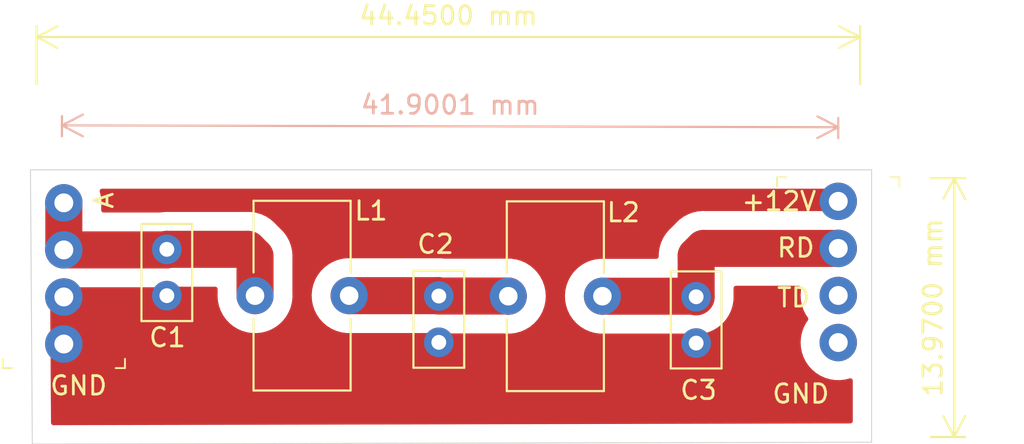
<source format=kicad_pcb>
(kicad_pcb (version 20211014) (generator pcbnew)
  (layers (0 "F.Cu" signal) (31 "B.Cu" signal) (34 "B.Paste" user) (35 "F.Paste" user) (36 "B.SilkS" user "B.Silkscreen") (37 "F.SilkS" user "F.Silkscreen") (38 "B.Mask" user) (39 "F.Mask" user) (44 "Edge.Cuts" user))
  (net 0 "")
  (net 1 "GNDPWR")
  (net 2 "Net-(C2-Pad1)")
  (net 3 "Net-(C3-Pad1)")
  (net 6 "Net-(C1-Pad1)")
  (footprint "Capacitor_THT:C_Disc_D5.0mm_W2.5mm_P2.50mm" (layer "F.Cu") (at 120.06 73.69 -90)
    (fp_text reference "C1" (at 4.76 -0.03) (layer "F.SilkS"))
    (fp_text value " 100pF")
    (fp_line (start -1.37 -1.37) (end 3.87 -1.37) (layer "F.SilkS") (width 0.12))
    (fp_line (start -1.37 -1.37) (end -1.37 1.37) (layer "F.SilkS") (width 0.12))
    (fp_line (start -1.37 1.37) (end 3.87 1.37) (layer "F.SilkS") (width 0.12))
    (fp_line (start 3.87 -1.37) (end 3.87 1.37) (layer "F.SilkS") (width 0.12))
    (pad "1" thru_hole circle locked (at 0 0 270) (size 1.6 1.6) (drill 0.8) (layers *.Cu *.Mask) (net 6 "Net-(C1-Pad1)"))
    (pad "2" thru_hole circle locked (at 2.5 0 270) (size 1.6 1.6) (drill 0.8) (layers *.Cu *.Mask) (net 1 "GNDPWR"))
  )
  (footprint "Capacitor_THT:C_Disc_D5.0mm_W2.5mm_P2.50mm" (layer "F.Cu") (at 134.74 76.21 -90)
    (fp_text reference "C2" (at -2.8 0.18 -180) (layer "F.SilkS"))
    (fp_text value "180pF")
    (fp_line (start -1.37 -1.37) (end -1.37 1.37) (layer "F.SilkS") (width 0.12))
    (fp_line (start 3.87 -1.37) (end 3.87 1.37) (layer "F.SilkS") (width 0.12))
    (fp_line (start -1.37 1.37) (end 3.87 1.37) (layer "F.SilkS") (width 0.12))
    (fp_line (start -1.37 -1.37) (end 3.87 -1.37) (layer "F.SilkS") (width 0.12))
    (pad "1" thru_hole circle locked (at 0 0 270) (size 1.6 1.6) (drill 0.8) (layers *.Cu *.Mask) (net 2 "Net-(C2-Pad1)"))
    (pad "2" thru_hole circle locked (at 2.5 0 270) (size 1.6 1.6) (drill 0.8) (layers *.Cu *.Mask) (net 1 "GNDPWR"))
  )
  (footprint "Capacitor_THT:C_Disc_D5.0mm_W2.5mm_P2.50mm" (layer "F.Cu") (at 148.63 76.25 -90)
    (fp_text reference "C3" (at 5.04 -0.13 180) (layer "F.SilkS"))
    (fp_text value " 100pF")
    (fp_line (start -1.37 -1.37) (end -1.37 1.37) (layer "F.SilkS") (width 0.12))
    (fp_line (start -1.37 1.37) (end 3.87 1.37) (layer "F.SilkS") (width 0.12))
    (fp_line (start 3.87 -1.37) (end 3.87 1.37) (layer "F.SilkS") (width 0.12))
    (fp_line (start -1.37 -1.37) (end 3.87 -1.37) (layer "F.SilkS") (width 0.12))
    (pad "1" thru_hole circle locked (at 0 0 270) (size 1.6 1.6) (drill 0.8) (layers *.Cu *.Mask) (net 3 "Net-(C3-Pad1)"))
    (pad "2" thru_hole circle locked (at 2.5 0 270) (size 1.6 1.6) (drill 0.8) (layers *.Cu *.Mask) (net 1 "GNDPWR"))
  )
  (footprint "digikey-footprints:PinHeader_1x4_P2.54mm_Drill1.02mm" (layer "F.Cu") (at 114.5 78.8 90)
    (fp_text reference "J1" hide)
    (fp_text value "Antenna" hide)
    (fp_line (start -1.3 -3.3) (end -0.8 -3.3) (layer "F.SilkS") (width 0.1))
    (fp_line (start -1.3 3.3) (end -0.8 3.3) (layer "F.SilkS") (width 0.1))
    (fp_line (start -1.3 3.3) (end -1.3 2.8) (layer "F.SilkS") (width 0.1))
    (fp_line (start -1.3 -3.3) (end -1.3 -2.8) (layer "F.SilkS") (width 0.1))
    (pad "1" thru_hole circle locked (at 0 0 90) (size 2.02 2.02) (drill 1.02) (layers *.Cu *.Mask) (net 1 "GNDPWR"))
    (pad "2" thru_hole circle locked (at 2.54 0 90) (size 2.02 2.02) (drill 1.02) (layers *.Cu *.Mask) (net 1 "GNDPWR"))
    (pad "3" thru_hole circle locked (at 5.08 0 90) (size 2.02 2.02) (drill 1.02) (layers *.Cu *.Mask) (net 6 "Net-(C1-Pad1)"))
    (pad "4" thru_hole circle locked (at 7.62 0 90) (size 2.02 2.02) (drill 1.02) (layers *.Cu *.Mask) (net 6 "Net-(C1-Pad1)"))
  )
  (footprint "digikey-footprints:PinHeader_1x4_P2.54mm_Drill1.02mm" (layer "F.Cu") (at 156.3 71.1 -90)
    (fp_text reference "J2" hide)
    (fp_text value "input" hide)
    (fp_line (start -1.3 -3.3) (end -0.8 -3.3) (layer "F.SilkS") (width 0.1))
    (fp_line (start -1.3 -3.3) (end -1.3 -2.8) (layer "F.SilkS") (width 0.1))
    (fp_line (start -1.3 3.3) (end -0.8 3.3) (layer "F.SilkS") (width 0.1))
    (fp_line (start -1.3 3.3) (end -1.3 2.8) (layer "F.SilkS") (width 0.1))
    (pad "1" thru_hole circle locked (at 0 0 270) (size 2.02 2.02) (drill 1.02) (layers *.Cu *.Mask) (net 1 "GNDPWR"))
    (pad "2" thru_hole circle locked (at 2.54 0 270) (size 2.02 2.02) (drill 1.02) (layers *.Cu *.Mask) (net 3 "Net-(C3-Pad1)"))
    (pad "3" thru_hole circle locked (at 5.08 0 270) (size 2.02 2.02) (drill 1.02) (layers *.Cu *.Mask))
    (pad "4" thru_hole circle locked (at 7.62 0 270) (size 2.02 2.02) (drill 1.02) (layers *.Cu *.Mask))
  )
  (footprint "Inductor_THT:L_Toroid_Vertical_L10.0mm_W5.0mm_P5.08mm" (layer "F.Cu") (at 124.82 76.19 90)
    (fp_text reference "L1" (at 4.58 6.26 180) (layer "F.SilkS"))
    (fp_text value " 330nH")
    (fp_line (start -5.12 5.16) (end -1.255 5.16) (layer "F.SilkS") (width 0.12))
    (fp_line (start 1.255 5.16) (end 5.12 5.16) (layer "F.SilkS") (width 0.12))
    (fp_line (start -5.12 -0.08) (end -1.255 -0.08) (layer "F.SilkS") (width 0.12))
    (fp_line (start 1.255 -0.08) (end 5.12 -0.08) (layer "F.SilkS") (width 0.12))
    (fp_line (start -5.12 -0.08) (end -5.12 5.16) (layer "F.SilkS") (width 0.12))
    (fp_line (start 5.12 -0.08) (end 5.12 5.16) (layer "F.SilkS") (width 0.12))
    (pad "1" thru_hole circle locked (at 0 0 90) (size 2 2) (drill 1) (layers *.Cu *.Mask) (net 6 "Net-(C1-Pad1)"))
    (pad "2" thru_hole circle locked (at 0 5.08 90) (size 2 2) (drill 1) (layers *.Cu *.Mask) (net 2 "Net-(C2-Pad1)"))
  )
  (footprint "Inductor_THT:L_Toroid_Vertical_L10.0mm_W5.0mm_P5.08mm" (layer "F.Cu") (at 138.49 76.22 90)
    (fp_text reference "L2" (at 4.52 6.21 180) (layer "F.SilkS"))
    (fp_text value " 330nH")
    (fp_line (start -5.12 5.16) (end -1.255 5.16) (layer "F.SilkS") (width 0.12))
    (fp_line (start 1.255 -0.08) (end 5.12 -0.08) (layer "F.SilkS") (width 0.12))
    (fp_line (start 1.255 5.16) (end 5.12 5.16) (layer "F.SilkS") (width 0.12))
    (fp_line (start -5.12 -0.08) (end -5.12 5.16) (layer "F.SilkS") (width 0.12))
    (fp_line (start -5.12 -0.08) (end -1.255 -0.08) (layer "F.SilkS") (width 0.12))
    (fp_line (start 5.12 -0.08) (end 5.12 5.16) (layer "F.SilkS") (width 0.12))
    (pad "1" thru_hole circle locked (at 0 0 90) (size 2 2) (drill 1) (layers *.Cu *.Mask) (net 2 "Net-(C2-Pad1)"))
    (pad "2" thru_hole circle locked (at 0 5.08 90) (size 2 2) (drill 1) (layers *.Cu *.Mask) (net 3 "Net-(C3-Pad1)"))
  )
  (gr_line (start 112.8 84.2) (end 112.7 69.4) (layer "Edge.Cuts") (width 0.05))
  (gr_line (start 158.1 69.4) (end 158.1 84.1) (layer "Edge.Cuts") (width 0.05))
  (gr_line (start 112.7 69.4) (end 158.1 69.4) (layer "Edge.Cuts") (width 0.05))
  (gr_line (start 158.1 84.1) (end 112.8 84.2) (layer "Edge.Cuts") (width 0.05))
  (gr_text "+12V" (at 153.1 71.1) (layer "F.SilkS") (effects (font (size 1 1))))
  (gr_text "GND" (at 115.3 81.05) (layer "F.SilkS") (effects (font (size 1 1))))
  (gr_text "GND" (at 154.28 81.49) (layer "F.SilkS") (effects (font (size 1 1))))
  (gr_text "TD" (at 153.89 76.3) (layer "F.SilkS") (effects (font (size 1 1))))
  (gr_text "RD" (at 154.01 73.61) (layer "F.SilkS") (effects (font (size 1 1))))
  (gr_text "A" (at 116.66 71.05 90) (layer "F.SilkS") (effects (font (size 1 1))))
  (dimension (type aligned) (layer "B.SilkS") (pts (xy 156.3 66.6) (xy 114.4 66.5)) (height -0.498566) (gr_text "41.9001 mm" (at 135.351555 65.898568 -0.1367438442) (layer "B.SilkS") (effects (font (size 1 1) (thickness 0.15)))) (format (units 2) (units_format 1) (precision 4)) (style (thickness 0.12) (arrow_length 1.27) (text_position_mode 0) (extension_height 0.58642) (extension_offset 0) keep_text_aligned))
  (dimension (type aligned) (layer "F.SilkS") (pts (xy 161.29 83.82) (xy 161.29 69.85)) (height 1.27) (gr_text "13.9700 mm" (at 161.41 76.835 90) (layer "F.SilkS") (effects (font (size 1 1) (thickness 0.15)))) (format (units 2) (units_format 1) (precision 4)) (style (thickness 0.12) (arrow_length 1.27) (text_position_mode 0) (extension_height 0.58642) (extension_offset 0) keep_text_aligned))
  (dimension (type aligned) (layer "F.SilkS") (pts (xy 157.48 64.77) (xy 113.03 64.77)) (height 2.54) (gr_text "44.4500 mm" (at 135.255 61.08) (layer "F.SilkS") (effects (font (size 1 1) (thickness 0.15)))) (format (units 2) (units_format 1) (precision 4)) (style (thickness 0.12) (arrow_length 1.27) (text_position_mode 0) (extension_height 0.58642) (extension_offset 0) keep_text_aligned))
  (segment (start 134.72 76.19) (end 134.74 76.21) (width 2) (layer "F.Cu") (net 2))
  (segment (start 134.74 76.21) (end 138.48 76.21) (width 2) (layer "F.Cu") (net 2))
  (segment (start 138.48 76.21) (end 138.49 76.22) (width 2) (layer "F.Cu") (net 2))
  (segment (start 129.9 76.19) (end 134.72 76.19) (width 2) (layer "F.Cu") (net 2))
  (segment (start 156.3 73.64) (end 149.03 73.64) (width 2) (layer "F.Cu") (net 3))
  (segment (start 143.57 76.22) (end 148.6 76.22) (width 2) (layer "F.Cu") (net 3))
  (segment (start 148.6 76.22) (end 148.63 76.25) (width 2) (layer "F.Cu") (net 3))
  (segment (start 148.63 74.04) (end 148.63 76.25) (width 2) (layer "F.Cu") (net 3))
  (segment (start 149.03 73.64) (end 148.63 74.04) (width 2) (layer "F.Cu") (net 3))
  (segment (start 114.5 73.72) (end 114.5 71.18) (width 2) (layer "F.Cu") (net 6))
  (segment (start 114.5 73.72) (end 120.03 73.72) (width 2) (layer "F.Cu") (net 6))
  (segment (start 124.82 76.19) (end 124.82 74.07) (width 2) (layer "F.Cu") (net 6))
  (segment (start 124.44 73.69) (end 120.06 73.69) (width 2) (layer "F.Cu") (net 6))
  (segment (start 120.03 73.72) (end 120.06 73.69) (width 2) (layer "F.Cu") (net 6))
  (segment (start 124.82 74.07) (end 124.44 73.69) (width 2) (layer "F.Cu") (net 6))
  (zone (net 1) (net_name "GNDPWR") (layer "F.Cu") (connect_pads yes (clearance 1.016)) (min_thickness 0.254) (fill yes (thermal_gap 0.508) (thermal_bridge_width 0.508))
    (polygon (pts (xy 112.71 69.39) (xy 158.1 69.39) (xy 158.09 84.08) (xy 112.77 84.18) (xy 112.7 69.36)))
  )
)
</source>
